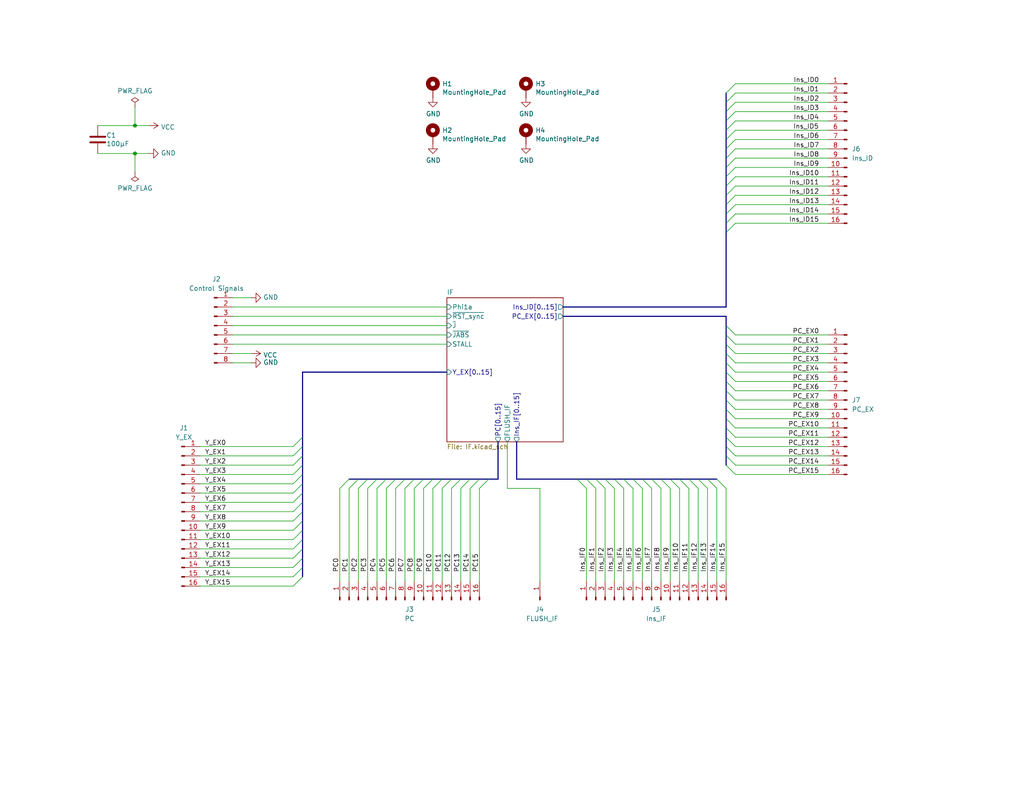
<source format=kicad_sch>
(kicad_sch (version 20250114) (generator "eeschema") (generator_version "9.0")
  (paper "USLetter")
  (title_block (title "Turtle16: Program Counter and Instruction Fetch") (date "2022-04-14") (rev "A") (comment 4 "The program counter and the instruction fetch unit."))
  (lib_symbols
    (symbol "Connector:Conn_01x01_Male" (pin_names (offset 1.016) (hide yes))
      (property "Reference" "J" (at 0 2.54 0))
      (property "Value" "Conn_01x01_Male" (at 0 -2.54 0))
      (symbol "Conn_01x01_Male_1_1"
        (rectangle (start 0.8636 0.127) (end 0 -0.127) (stroke (width 0.1524)) (fill (type outline)))
        (polyline (pts (xy 1.27 0) (xy 0.8636 0)) (stroke (width 0.1524)))
        (pin passive line (at 5.08 0 180) (length 3.81) (name "Pin_1") (number "1"))
      )
    )
    (symbol "Connector:Conn_01x08_Male" (pin_names (offset 1.016) (hide yes))
      (property "Reference" "J" (at 0 10.16 0))
      (property "Value" "Conn_01x08_Male" (at 0 -12.7 0))
      (symbol "Conn_01x08_Male_1_1"
        (rectangle (start 0.8636 7.747) (end 0 7.493) (stroke (width 0.1524)) (fill (type outline)))
        (rectangle (start 0.8636 5.207) (end 0 4.953) (stroke (width 0.1524)) (fill (type outline)))
        (rectangle (start 0.8636 2.667) (end 0 2.413) (stroke (width 0.1524)) (fill (type outline)))
        (rectangle (start 0.8636 0.127) (end 0 -0.127) (stroke (width 0.1524)) (fill (type outline)))
        (rectangle (start 0.8636 -2.413) (end 0 -2.667) (stroke (width 0.1524)) (fill (type outline)))
        (rectangle (start 0.8636 -4.953) (end 0 -5.207) (stroke (width 0.1524)) (fill (type outline)))
        (rectangle (start 0.8636 -7.493) (end 0 -7.747) (stroke (width 0.1524)) (fill (type outline)))
        (rectangle (start 0.8636 -10.033) (end 0 -10.287) (stroke (width 0.1524)) (fill (type outline)))
        (polyline (pts (xy 1.27 7.62) (xy 0.8636 7.62)) (stroke (width 0.1524)))
        (polyline (pts (xy 1.27 5.08) (xy 0.8636 5.08)) (stroke (width 0.1524)))
        (polyline (pts (xy 1.27 2.54) (xy 0.8636 2.54)) (stroke (width 0.1524)))
        (polyline (pts (xy 1.27 0) (xy 0.8636 0)) (stroke (width 0.1524)))
        (polyline (pts (xy 1.27 -2.54) (xy 0.8636 -2.54)) (stroke (width 0.1524)))
        (polyline (pts (xy 1.27 -5.08) (xy 0.8636 -5.08)) (stroke (width 0.1524)))
        (polyline (pts (xy 1.27 -7.62) (xy 0.8636 -7.62)) (stroke (width 0.1524)))
        (polyline (pts (xy 1.27 -10.16) (xy 0.8636 -10.16)) (stroke (width 0.1524)))
        (pin passive line (at 5.08 7.62 180) (length 3.81) (name "Pin_1") (number "1"))
        (pin passive line (at 5.08 5.08 180) (length 3.81) (name "Pin_2") (number "2"))
        (pin passive line (at 5.08 2.54 180) (length 3.81) (name "Pin_3") (number "3"))
        (pin passive line (at 5.08 0 180) (length 3.81) (name "Pin_4") (number "4"))
        (pin passive line (at 5.08 -2.54 180) (length 3.81) (name "Pin_5") (number "5"))
        (pin passive line (at 5.08 -5.08 180) (length 3.81) (name "Pin_6") (number "6"))
        (pin passive line (at 5.08 -7.62 180) (length 3.81) (name "Pin_7") (number "7"))
        (pin passive line (at 5.08 -10.16 180) (length 3.81) (name "Pin_8") (number "8"))
      )
    )
    (symbol "Connector:Conn_01x16_Male" (pin_names (offset 1.016) (hide yes))
      (property "Reference" "J" (at 0 20.32 0))
      (property "Value" "Conn_01x16_Male" (at 0 -22.86 0))
      (symbol "Conn_01x16_Male_1_1"
        (rectangle (start 0.8636 17.907) (end 0 17.653) (stroke (width 0.1524)) (fill (type outline)))
        (rectangle (start 0.8636 15.367) (end 0 15.113) (stroke (width 0.1524)) (fill (type outline)))
        (rectangle (start 0.8636 12.827) (end 0 12.573) (stroke (width 0.1524)) (fill (type outline)))
        (rectangle (start 0.8636 10.287) (end 0 10.033) (stroke (width 0.1524)) (fill (type outline)))
        (rectangle (start 0.8636 7.747) (end 0 7.493) (stroke (width 0.1524)) (fill (type outline)))
        (rectangle (start 0.8636 5.207) (end 0 4.953) (stroke (width 0.1524)) (fill (type outline)))
        (rectangle (start 0.8636 2.667) (end 0 2.413) (stroke (width 0.1524)) (fill (type outline)))
        (rectangle (start 0.8636 0.127) (end 0 -0.127) (stroke (width 0.1524)) (fill (type outline)))
        (rectangle (start 0.8636 -2.413) (end 0 -2.667) (stroke (width 0.1524)) (fill (type outline)))
        (rectangle (start 0.8636 -4.953) (end 0 -5.207) (stroke (width 0.1524)) (fill (type outline)))
        (rectangle (start 0.8636 -7.493) (end 0 -7.747) (stroke (width 0.1524)) (fill (type outline)))
        (rectangle (start 0.8636 -10.033) (end 0 -10.287) (stroke (width 0.1524)) (fill (type outline)))
        (rectangle (start 0.8636 -12.573) (end 0 -12.827) (stroke (width 0.1524)) (fill (type outline)))
        (rectangle (start 0.8636 -15.113) (end 0 -15.367) (stroke (width 0.1524)) (fill (type outline)))
        (rectangle (start 0.8636 -17.653) (end 0 -17.907) (stroke (width 0.1524)) (fill (type outline)))
        (rectangle (start 0.8636 -20.193) (end 0 -20.447) (stroke (width 0.1524)) (fill (type outline)))
        (polyline (pts (xy 1.27 17.78) (xy 0.8636 17.78)) (stroke (width 0.1524)))
        (polyline (pts (xy 1.27 15.24) (xy 0.8636 15.24)) (stroke (width 0.1524)))
        (polyline (pts (xy 1.27 12.7) (xy 0.8636 12.7)) (stroke (width 0.1524)))
        (polyline (pts (xy 1.27 10.16) (xy 0.8636 10.16)) (stroke (width 0.1524)))
        (polyline (pts (xy 1.27 7.62) (xy 0.8636 7.62)) (stroke (width 0.1524)))
        (polyline (pts (xy 1.27 5.08) (xy 0.8636 5.08)) (stroke (width 0.1524)))
        (polyline (pts (xy 1.27 2.54) (xy 0.8636 2.54)) (stroke (width 0.1524)))
        (polyline (pts (xy 1.27 0) (xy 0.8636 0)) (stroke (width 0.1524)))
        (polyline (pts (xy 1.27 -2.54) (xy 0.8636 -2.54)) (stroke (width 0.1524)))
        (polyline (pts (xy 1.27 -5.08) (xy 0.8636 -5.08)) (stroke (width 0.1524)))
        (polyline (pts (xy 1.27 -7.62) (xy 0.8636 -7.62)) (stroke (width 0.1524)))
        (polyline (pts (xy 1.27 -10.16) (xy 0.8636 -10.16)) (stroke (width 0.1524)))
        (polyline (pts (xy 1.27 -12.7) (xy 0.8636 -12.7)) (stroke (width 0.1524)))
        (polyline (pts (xy 1.27 -15.24) (xy 0.8636 -15.24)) (stroke (width 0.1524)))
        (polyline (pts (xy 1.27 -17.78) (xy 0.8636 -17.78)) (stroke (width 0.1524)))
        (polyline (pts (xy 1.27 -20.32) (xy 0.8636 -20.32)) (stroke (width 0.1524)))
        (pin passive line (at 5.08 17.78 180) (length 3.81) (name "Pin_1") (number "1"))
        (pin passive line (at 5.08 15.24 180) (length 3.81) (name "Pin_2") (number "2"))
        (pin passive line (at 5.08 12.7 180) (length 3.81) (name "Pin_3") (number "3"))
        (pin passive line (at 5.08 10.16 180) (length 3.81) (name "Pin_4") (number "4"))
        (pin passive line (at 5.08 7.62 180) (length 3.81) (name "Pin_5") (number "5"))
        (pin passive line (at 5.08 5.08 180) (length 3.81) (name "Pin_6") (number "6"))
        (pin passive line (at 5.08 2.54 180) (length 3.81) (name "Pin_7") (number "7"))
        (pin passive line (at 5.08 0 180) (length 3.81) (name "Pin_8") (number "8"))
        (pin passive line (at 5.08 -2.54 180) (length 3.81) (name "Pin_9") (number "9"))
        (pin passive line (at 5.08 -5.08 180) (length 3.81) (name "Pin_10") (number "10"))
        (pin passive line (at 5.08 -7.62 180) (length 3.81) (name "Pin_11") (number "11"))
        (pin passive line (at 5.08 -10.16 180) (length 3.81) (name "Pin_12") (number "12"))
        (pin passive line (at 5.08 -12.7 180) (length 3.81) (name "Pin_13") (number "13"))
        (pin passive line (at 5.08 -15.24 180) (length 3.81) (name "Pin_14") (number "14"))
        (pin passive line (at 5.08 -17.78 180) (length 3.81) (name "Pin_15") (number "15"))
        (pin passive line (at 5.08 -20.32 180) (length 3.81) (name "Pin_16") (number "16"))
      )
    )
    (symbol "Device:C" (pin_numbers (hide yes)) (pin_names (offset 0.254))
      (property "Reference" "C" (at 0.635 2.54 0))
      (property "Value" "C" (at 0.635 -2.54 0))
      (symbol "C_0_1"
        (polyline (pts (xy -2.032 0.762) (xy 2.032 0.762)) (stroke (width 0.508)))
        (polyline (pts (xy -2.032 -0.762) (xy 2.032 -0.762)) (stroke (width 0.508)))
      )
      (symbol "C_1_1"
        (pin passive line (at 0 3.81 270) (length 2.794) (name "~") (number "1"))
        (pin passive line (at 0 -3.81 90) (length 2.794) (name "~") (number "2"))
      )
    )
    (symbol "Mechanical:MountingHole_Pad" (pin_numbers (hide yes)) (pin_names (offset 1.016) (hide yes))
      (property "Reference" "H" (at 0 6.35 0))
      (property "Value" "MountingHole_Pad" (at 0 4.445 0))
      (symbol "MountingHole_Pad_0_1"
        (circle (center 0 1.27) (radius 1.27) (stroke (width 1.27)))
      )
      (symbol "MountingHole_Pad_1_1"
        (pin input line (at 0 -2.54 90) (length 2.54) (name "1") (number "1"))
      )
    )
    (symbol "power:GND" (power) (pin_names (offset 0))
      (property "Value" "GND" (at 0 -3.81 0))
      (symbol "GND_0_1"
        (polyline (pts (xy 0 0) (xy 0 -1.27) (xy 1.27 -1.27) (xy 0 -2.54) (xy -1.27 -1.27) (xy 0 -1.27)))
      )
      (symbol "GND_1_1"
        (pin power_in line (at 0 0 270) (length 0) (hide yes) (name "GND") (number "1"))
      )
    )
    (symbol "power:PWR_FLAG" (power) (pin_numbers (hide yes)) (pin_names (offset 0) (hide yes))
      (property "Value" "PWR_FLAG" (at 0 3.81 0))
      (symbol "PWR_FLAG_0_0"
        (pin power_out line (at 0 0 90) (length 0) (name "pwr") (number "1"))
      )
      (symbol "PWR_FLAG_0_1"
        (polyline (pts (xy 0 0) (xy 0 1.27) (xy -1.016 1.905) (xy 0 2.54) (xy 1.016 1.905) (xy 0 1.27)))
      )
    )
    (symbol "power:VCC" (power) (pin_names (offset 0))
      (property "Value" "VCC" (at 0 3.81 0))
      (symbol "VCC_0_1"
        (polyline (pts (xy -0.762 1.27) (xy 0 2.54)))
        (polyline (pts (xy 0 2.54) (xy 0.762 1.27)))
        (polyline (pts (xy 0 0) (xy 0 2.54)))
      )
      (symbol "VCC_1_1"
        (pin power_in line (at 0 0 90) (length 0) (hide yes) (name "VCC") (number "1"))
      )
    )
  )
  (junction (at 36.83 41.91))
  (junction (at 36.83 34.29))
  (bus_entry (at 193.04 130.81) (size 2.54 2.54))
  (bus_entry (at 198.12 55.88) (size 2.54 -2.54))
  (bus_entry (at 182.88 130.81) (size 2.54 2.54))
  (bus_entry (at 97.79 130.81) (size -2.54 2.54))
  (bus_entry (at 198.12 104.14) (size 2.54 2.54))
  (bus_entry (at 198.12 50.8) (size 2.54 -2.54))
  (bus_entry (at 195.58 130.81) (size 2.54 2.54))
  (bus_entry (at 198.12 124.46) (size 2.54 2.54))
  (bus_entry (at 198.12 88.9) (size 2.54 2.54))
  (bus_entry (at 100.33 130.81) (size -2.54 2.54))
  (bus_entry (at 128.27 130.81) (size -2.54 2.54))
  (bus_entry (at 198.12 93.98) (size 2.54 2.54))
  (bus_entry (at 198.12 111.76) (size 2.54 2.54))
  (bus_entry (at 167.64 130.81) (size 2.54 2.54))
  (bus_entry (at 130.81 130.81) (size -2.54 2.54))
  (bus_entry (at 80.01 144.78) (size 2.54 -2.54))
  (bus_entry (at 80.01 142.24) (size 2.54 -2.54))
  (bus_entry (at 80.01 134.62) (size 2.54 -2.54))
  (bus_entry (at 80.01 129.54) (size 2.54 -2.54))
  (bus_entry (at 80.01 124.46) (size 2.54 -2.54))
  (bus_entry (at 80.01 127) (size 2.54 -2.54))
  (bus_entry (at 80.01 132.08) (size 2.54 -2.54))
  (bus_entry (at 80.01 139.7) (size 2.54 -2.54))
  (bus_entry (at 80.01 137.16) (size 2.54 -2.54))
  (bus_entry (at 80.01 121.92) (size 2.54 -2.54))
  (bus_entry (at 80.01 149.86) (size 2.54 -2.54))
  (bus_entry (at 80.01 147.32) (size 2.54 -2.54))
  (bus_entry (at 198.12 91.44) (size 2.54 2.54))
  (bus_entry (at 107.95 130.81) (size -2.54 2.54))
  (bus_entry (at 198.12 48.26) (size 2.54 -2.54))
  (bus_entry (at 113.03 130.81) (size -2.54 2.54))
  (bus_entry (at 198.12 96.52) (size 2.54 2.54))
  (bus_entry (at 198.12 101.6) (size 2.54 2.54))
  (bus_entry (at 123.19 130.81) (size -2.54 2.54))
  (bus_entry (at 198.12 53.34) (size 2.54 -2.54))
  (bus_entry (at 198.12 58.42) (size 2.54 -2.54))
  (bus_entry (at 198.12 127) (size 2.54 2.54))
  (bus_entry (at 172.72 130.81) (size 2.54 2.54))
  (bus_entry (at 115.57 130.81) (size -2.54 2.54))
  (bus_entry (at 118.11 130.81) (size -2.54 2.54))
  (bus_entry (at 198.12 99.06) (size 2.54 2.54))
  (bus_entry (at 162.56 130.81) (size 2.54 2.54))
  (bus_entry (at 125.73 130.81) (size -2.54 2.54))
  (bus_entry (at 198.12 40.64) (size 2.54 -2.54))
  (bus_entry (at 157.48 130.81) (size 2.54 2.54))
  (bus_entry (at 180.34 130.81) (size 2.54 2.54))
  (bus_entry (at 198.12 63.5) (size 2.54 -2.54))
  (bus_entry (at 187.96 130.81) (size 2.54 2.54))
  (bus_entry (at 198.12 114.3) (size 2.54 2.54))
  (bus_entry (at 175.26 130.81) (size 2.54 2.54))
  (bus_entry (at 198.12 38.1) (size 2.54 -2.54))
  (bus_entry (at 190.5 130.81) (size 2.54 2.54))
  (bus_entry (at 198.12 106.68) (size 2.54 2.54))
  (bus_entry (at 198.12 119.38) (size 2.54 2.54))
  (bus_entry (at 160.02 130.81) (size 2.54 2.54))
  (bus_entry (at 185.42 130.81) (size 2.54 2.54))
  (bus_entry (at 102.87 130.81) (size -2.54 2.54))
  (bus_entry (at 177.8 130.81) (size 2.54 2.54))
  (bus_entry (at 110.49 130.81) (size -2.54 2.54))
  (bus_entry (at 198.12 35.56) (size 2.54 -2.54))
  (bus_entry (at 80.01 160.02) (size 2.54 -2.54))
  (bus_entry (at 80.01 154.94) (size 2.54 -2.54))
  (bus_entry (at 80.01 157.48) (size 2.54 -2.54))
  (bus_entry (at 80.01 152.4) (size 2.54 -2.54))
  (bus_entry (at 120.65 130.81) (size -2.54 2.54))
  (bus_entry (at 198.12 30.48) (size 2.54 -2.54))
  (bus_entry (at 198.12 121.92) (size 2.54 2.54))
  (bus_entry (at 198.12 45.72) (size 2.54 -2.54))
  (bus_entry (at 133.35 130.81) (size -2.54 2.54))
  (bus_entry (at 198.12 60.96) (size 2.54 -2.54))
  (bus_entry (at 198.12 25.4) (size 2.54 -2.54))
  (bus_entry (at 198.12 33.02) (size 2.54 -2.54))
  (bus_entry (at 198.12 116.84) (size 2.54 2.54))
  (bus_entry (at 198.12 43.18) (size 2.54 -2.54))
  (bus_entry (at 198.12 109.22) (size 2.54 2.54))
  (bus_entry (at 95.25 130.81) (size -2.54 2.54))
  (bus_entry (at 198.12 27.94) (size 2.54 -2.54))
  (bus_entry (at 170.18 130.81) (size 2.54 2.54))
  (bus_entry (at 165.1 130.81) (size 2.54 2.54))
  (bus_entry (at 105.41 130.81) (size -2.54 2.54))
  (wire (pts (xy 63.5 81.28) (xy 68.58 81.28)))
  (bus (pts (xy 198.12 60.96) (xy 198.12 63.5)))
  (bus (pts (xy 82.55 142.24) (xy 82.55 144.78)))
  (bus (pts (xy 198.12 104.14) (xy 198.12 106.68)))
  (wire (pts (xy 54.61 137.16) (xy 80.01 137.16)))
  (bus (pts (xy 198.12 101.6) (xy 198.12 104.14)))
  (wire (pts (xy 200.66 27.94) (xy 226.06 27.94)))
  (bus (pts (xy 198.12 53.34) (xy 198.12 55.88)))
  (bus (pts (xy 162.56 130.81) (xy 165.1 130.81)))
  (wire (pts (xy 200.66 93.98) (xy 226.06 93.98)))
  (wire (pts (xy 63.5 83.82) (xy 121.92 83.82)))
  (bus (pts (xy 198.12 124.46) (xy 198.12 127)))
  (wire (pts (xy 26.67 41.91) (xy 36.83 41.91)))
  (bus (pts (xy 82.55 147.32) (xy 82.55 149.86)))
  (bus (pts (xy 82.55 149.86) (xy 82.55 152.4)))
  (bus (pts (xy 198.12 30.48) (xy 198.12 33.02)))
  (wire (pts (xy 175.26 158.75) (xy 175.26 133.35)))
  (wire (pts (xy 187.96 158.75) (xy 187.96 133.35)))
  (bus (pts (xy 113.03 130.81) (xy 115.57 130.81)))
  (bus (pts (xy 121.92 101.6) (xy 82.55 101.6)))
  (wire (pts (xy 200.66 45.72) (xy 226.06 45.72)))
  (wire (pts (xy 100.33 158.75) (xy 100.33 133.35)))
  (wire (pts (xy 54.61 139.7) (xy 80.01 139.7)))
  (wire (pts (xy 162.56 158.75) (xy 162.56 133.35)))
  (bus (pts (xy 130.81 130.81) (xy 133.35 130.81)))
  (wire (pts (xy 63.5 93.98) (xy 121.92 93.98)))
  (wire (pts (xy 54.61 160.02) (xy 80.01 160.02)))
  (wire (pts (xy 200.66 33.02) (xy 226.06 33.02)))
  (wire (pts (xy 102.87 158.75) (xy 102.87 133.35)))
  (wire (pts (xy 200.66 129.54) (xy 226.06 129.54)))
  (bus (pts (xy 82.55 121.92) (xy 82.55 124.46)))
  (wire (pts (xy 63.5 91.44) (xy 121.92 91.44)))
  (bus (pts (xy 198.12 96.52) (xy 198.12 99.06)))
  (wire (pts (xy 63.5 96.52) (xy 68.58 96.52)))
  (bus (pts (xy 198.12 121.92) (xy 198.12 124.46)))
  (wire (pts (xy 200.66 106.68) (xy 226.06 106.68)))
  (wire (pts (xy 198.12 158.75) (xy 198.12 133.35)))
  (bus (pts (xy 198.12 106.68) (xy 198.12 109.22)))
  (bus (pts (xy 198.12 55.88) (xy 198.12 58.42)))
  (wire (pts (xy 54.61 142.24) (xy 80.01 142.24)))
  (bus (pts (xy 182.88 130.81) (xy 185.42 130.81)))
  (wire (pts (xy 195.58 158.75) (xy 195.58 133.35)))
  (wire (pts (xy 190.5 158.75) (xy 190.5 133.35)))
  (bus (pts (xy 153.67 83.82) (xy 198.12 83.82)))
  (wire (pts (xy 200.66 109.22) (xy 226.06 109.22)))
  (wire (pts (xy 105.41 158.75) (xy 105.41 133.35)))
  (wire (pts (xy 193.04 158.75) (xy 193.04 133.35)))
  (bus (pts (xy 82.55 139.7) (xy 82.55 142.24)))
  (bus (pts (xy 102.87 130.81) (xy 105.41 130.81)))
  (bus (pts (xy 120.65 130.81) (xy 123.19 130.81)))
  (wire (pts (xy 200.66 91.44) (xy 226.06 91.44)))
  (wire (pts (xy 40.64 34.29) (xy 36.83 34.29)))
  (wire (pts (xy 177.8 158.75) (xy 177.8 133.35)))
  (bus (pts (xy 82.55 129.54) (xy 82.55 132.08)))
  (wire (pts (xy 200.66 25.4) (xy 226.06 25.4)))
  (wire (pts (xy 54.61 127) (xy 80.01 127)))
  (wire (pts (xy 172.72 158.75) (xy 172.72 133.35)))
  (wire (pts (xy 200.66 22.86) (xy 226.06 22.86)))
  (bus (pts (xy 198.12 88.9) (xy 198.12 91.44)))
  (bus (pts (xy 190.5 130.81) (xy 193.04 130.81)))
  (wire (pts (xy 123.19 158.75) (xy 123.19 133.35)))
  (bus (pts (xy 82.55 152.4) (xy 82.55 154.94)))
  (bus (pts (xy 198.12 38.1) (xy 198.12 40.64)))
  (bus (pts (xy 198.12 119.38) (xy 198.12 121.92)))
  (wire (pts (xy 113.03 158.75) (xy 113.03 133.35)))
  (wire (pts (xy 54.61 147.32) (xy 80.01 147.32)))
  (wire (pts (xy 95.25 158.75) (xy 95.25 133.35)))
  (bus (pts (xy 198.12 33.02) (xy 198.12 35.56)))
  (bus (pts (xy 198.12 48.26) (xy 198.12 50.8)))
  (wire (pts (xy 115.57 158.75) (xy 115.57 133.35)))
  (wire (pts (xy 200.66 50.8) (xy 226.06 50.8)))
  (bus (pts (xy 180.34 130.81) (xy 182.88 130.81)))
  (wire (pts (xy 54.61 121.92) (xy 80.01 121.92)))
  (wire (pts (xy 200.66 48.26) (xy 226.06 48.26)))
  (wire (pts (xy 110.49 158.75) (xy 110.49 133.35)))
  (wire (pts (xy 97.79 158.75) (xy 97.79 133.35)))
  (wire (pts (xy 200.66 124.46) (xy 226.06 124.46)))
  (bus (pts (xy 198.12 91.44) (xy 198.12 93.98)))
  (bus (pts (xy 157.48 130.81) (xy 160.02 130.81)))
  (wire (pts (xy 200.66 99.06) (xy 226.06 99.06)))
  (bus (pts (xy 128.27 130.81) (xy 130.81 130.81)))
  (bus (pts (xy 198.12 35.56) (xy 198.12 38.1)))
  (bus (pts (xy 198.12 43.18) (xy 198.12 45.72)))
  (wire (pts (xy 147.32 133.35) (xy 147.32 158.75)))
  (wire (pts (xy 36.83 29.21) (xy 36.83 34.29)))
  (bus (pts (xy 82.55 127) (xy 82.55 129.54)))
  (wire (pts (xy 200.66 60.96) (xy 226.06 60.96)))
  (wire (pts (xy 63.5 86.36) (xy 121.92 86.36)))
  (wire (pts (xy 200.66 111.76) (xy 226.06 111.76)))
  (wire (pts (xy 138.43 120.65) (xy 138.43 133.35)))
  (bus (pts (xy 172.72 130.81) (xy 175.26 130.81)))
  (bus (pts (xy 107.95 130.81) (xy 110.49 130.81)))
  (bus (pts (xy 170.18 130.81) (xy 172.72 130.81)))
  (wire (pts (xy 138.43 133.35) (xy 147.32 133.35)))
  (bus (pts (xy 198.12 58.42) (xy 198.12 60.96)))
  (bus (pts (xy 82.55 144.78) (xy 82.55 147.32)))
  (wire (pts (xy 200.66 35.56) (xy 226.06 35.56)))
  (bus (pts (xy 82.55 134.62) (xy 82.55 137.16)))
  (bus (pts (xy 198.12 93.98) (xy 198.12 96.52)))
  (bus (pts (xy 198.12 27.94) (xy 198.12 30.48)))
  (bus (pts (xy 82.55 132.08) (xy 82.55 134.62)))
  (bus (pts (xy 198.12 116.84) (xy 198.12 119.38)))
  (wire (pts (xy 185.42 158.75) (xy 185.42 133.35)))
  (bus (pts (xy 97.79 130.81) (xy 100.33 130.81)))
  (bus (pts (xy 82.55 124.46) (xy 82.55 127)))
  (bus (pts (xy 165.1 130.81) (xy 167.64 130.81)))
  (wire (pts (xy 182.88 158.75) (xy 182.88 133.35)))
  (bus (pts (xy 125.73 130.81) (xy 128.27 130.81)))
  (bus (pts (xy 82.55 101.6) (xy 82.55 119.38)))
  (wire (pts (xy 120.65 158.75) (xy 120.65 133.35)))
  (bus (pts (xy 153.67 86.36) (xy 198.12 86.36)))
  (bus (pts (xy 185.42 130.81) (xy 187.96 130.81)))
  (wire (pts (xy 200.66 58.42) (xy 226.06 58.42)))
  (wire (pts (xy 36.83 46.99) (xy 36.83 41.91)))
  (wire (pts (xy 118.11 158.75) (xy 118.11 133.35)))
  (bus (pts (xy 187.96 130.81) (xy 190.5 130.81)))
  (wire (pts (xy 200.66 30.48) (xy 226.06 30.48)))
  (wire (pts (xy 165.1 158.75) (xy 165.1 133.35)))
  (wire (pts (xy 54.61 154.94) (xy 80.01 154.94)))
  (bus (pts (xy 115.57 130.81) (xy 118.11 130.81)))
  (bus (pts (xy 82.55 137.16) (xy 82.55 139.7)))
  (wire (pts (xy 130.81 158.75) (xy 130.81 133.35)))
  (bus (pts (xy 100.33 130.81) (xy 102.87 130.81)))
  (wire (pts (xy 63.5 88.9) (xy 121.92 88.9)))
  (wire (pts (xy 200.66 38.1) (xy 226.06 38.1)))
  (bus (pts (xy 118.11 130.81) (xy 120.65 130.81)))
  (wire (pts (xy 200.66 43.18) (xy 226.06 43.18)))
  (wire (pts (xy 63.5 99.06) (xy 68.58 99.06)))
  (wire (pts (xy 200.66 116.84) (xy 226.06 116.84)))
  (bus (pts (xy 160.02 130.81) (xy 162.56 130.81)))
  (wire (pts (xy 200.66 121.92) (xy 226.06 121.92)))
  (bus (pts (xy 82.55 119.38) (xy 82.55 121.92)))
  (bus (pts (xy 198.12 40.64) (xy 198.12 43.18)))
  (wire (pts (xy 92.71 158.75) (xy 92.71 133.35)))
  (wire (pts (xy 54.61 144.78) (xy 80.01 144.78)))
  (wire (pts (xy 200.66 104.14) (xy 226.06 104.14)))
  (bus (pts (xy 198.12 25.4) (xy 198.12 27.94)))
  (bus (pts (xy 198.12 99.06) (xy 198.12 101.6)))
  (bus (pts (xy 193.04 130.81) (xy 195.58 130.81)))
  (bus (pts (xy 135.89 120.65) (xy 135.89 130.81)))
  (bus (pts (xy 198.12 45.72) (xy 198.12 48.26)))
  (wire (pts (xy 54.61 129.54) (xy 80.01 129.54)))
  (bus (pts (xy 167.64 130.81) (xy 170.18 130.81)))
  (wire (pts (xy 54.61 149.86) (xy 80.01 149.86)))
  (bus (pts (xy 198.12 109.22) (xy 198.12 111.76)))
  (bus (pts (xy 198.12 50.8) (xy 198.12 53.34)))
  (wire (pts (xy 170.18 158.75) (xy 170.18 133.35)))
  (wire (pts (xy 54.61 132.08) (xy 80.01 132.08)))
  (wire (pts (xy 167.64 158.75) (xy 167.64 133.35)))
  (wire (pts (xy 200.66 55.88) (xy 226.06 55.88)))
  (bus (pts (xy 175.26 130.81) (xy 177.8 130.81)))
  (wire (pts (xy 54.61 124.46) (xy 80.01 124.46)))
  (wire (pts (xy 36.83 41.91) (xy 40.64 41.91)))
  (bus (pts (xy 133.35 130.81) (xy 135.89 130.81)))
  (wire (pts (xy 200.66 96.52) (xy 226.06 96.52)))
  (wire (pts (xy 200.66 101.6) (xy 226.06 101.6)))
  (bus (pts (xy 140.97 120.65) (xy 140.97 130.81)))
  (bus (pts (xy 198.12 111.76) (xy 198.12 114.3)))
  (wire (pts (xy 26.67 34.29) (xy 36.83 34.29)))
  (bus (pts (xy 140.97 130.81) (xy 157.48 130.81)))
  (wire (pts (xy 200.66 40.64) (xy 226.06 40.64)))
  (wire (pts (xy 125.73 158.75) (xy 125.73 133.35)))
  (wire (pts (xy 54.61 134.62) (xy 80.01 134.62)))
  (bus (pts (xy 123.19 130.81) (xy 125.73 130.81)))
  (wire (pts (xy 54.61 152.4) (xy 80.01 152.4)))
  (bus (pts (xy 198.12 63.5) (xy 198.12 83.82)))
  (wire (pts (xy 200.66 127) (xy 226.06 127)))
  (bus (pts (xy 105.41 130.81) (xy 107.95 130.81)))
  (bus (pts (xy 177.8 130.81) (xy 180.34 130.81)))
  (wire (pts (xy 160.02 158.75) (xy 160.02 133.35)))
  (wire (pts (xy 200.66 114.3) (xy 226.06 114.3)))
  (wire (pts (xy 54.61 157.48) (xy 80.01 157.48)))
  (bus (pts (xy 95.25 130.81) (xy 97.79 130.81)))
  (bus (pts (xy 110.49 130.81) (xy 113.03 130.81)))
  (wire (pts (xy 128.27 158.75) (xy 128.27 133.35)))
  (wire (pts (xy 200.66 119.38) (xy 226.06 119.38)))
  (bus (pts (xy 82.55 154.94) (xy 82.55 157.48)))
  (bus (pts (xy 198.12 86.36) (xy 198.12 88.9)))
  (wire (pts (xy 107.95 158.75) (xy 107.95 133.35)))
  (bus (pts (xy 198.12 114.3) (xy 198.12 116.84)))
  (wire (pts (xy 180.34 158.75) (xy 180.34 133.35)))
  (wire (pts (xy 200.66 53.34) (xy 226.06 53.34)))
  (label "PC_EX7" (at 223.52 109.22 180))
  (label "PC_EX11" (at 223.52 119.38 180))
  (label "PC_EX8" (at 223.52 111.76 180))
  (label "PC15" (at 130.81 156.21 90))
  (label "PC10" (at 118.11 156.21 90))
  (label "Ins_ID3" (at 223.52 30.48 180))
  (label "Y_EX10" (at 55.88 147.32 0))
  (label "Ins_ID10" (at 223.52 48.26 180))
  (label "PC9" (at 115.57 156.21 90))
  (label "Ins_IF12" (at 190.5 156.21 90))
  (label "PC_EX10" (at 223.52 116.84 180))
  (label "PC_EX12" (at 223.52 121.92 180))
  (label "Y_EX3" (at 55.88 129.54 0))
  (label "PC_EX0" (at 223.52 91.44 180))
  (label "PC_EX5" (at 223.52 104.14 180))
  (label "Ins_ID4" (at 223.52 33.02 180))
  (label "PC6" (at 107.95 156.21 90))
  (label "Y_EX14" (at 55.88 157.48 0))
  (label "PC_EX13" (at 223.52 124.46 180))
  (label "Ins_IF2" (at 165.1 156.21 90))
  (label "PC5" (at 105.41 156.21 90))
  (label "PC14" (at 128.27 156.21 90))
  (label "Ins_IF11" (at 187.96 156.21 90))
  (label "PC_EX14" (at 223.52 127 180))
  (label "PC4" (at 102.87 156.21 90))
  (label "Ins_ID0" (at 223.52 22.86 180))
  (label "PC7" (at 110.49 156.21 90))
  (label "PC3" (at 100.33 156.21 90))
  (label "PC_EX3" (at 223.52 99.06 180))
  (label "Ins_IF9" (at 182.88 156.21 90))
  (label "PC_EX1" (at 223.52 93.98 180))
  (label "Ins_IF4" (at 170.18 156.21 90))
  (label "Y_EX15" (at 55.88 160.02 0))
  (label "Ins_IF3" (at 167.64 156.21 90))
  (label "PC_EX6" (at 223.52 106.68 180))
  (label "Y_EX2" (at 55.88 127 0))
  (label "Ins_ID15" (at 223.52 60.96 180))
  (label "Ins_ID1" (at 223.52 25.4 180))
  (label "Y_EX5" (at 55.88 134.62 0))
  (label "Ins_IF7" (at 177.8 156.21 90))
  (label "Ins_IF5" (at 172.72 156.21 90))
  (label "Y_EX4" (at 55.88 132.08 0))
  (label "PC_EX9" (at 223.52 114.3 180))
  (label "PC_EX15" (at 223.52 129.54 180))
  (label "Ins_ID7" (at 223.52 40.64 180))
  (label "Ins_IF0" (at 160.02 156.21 90))
  (label "PC_EX2" (at 223.52 96.52 180))
  (label "PC_EX4" (at 223.52 101.6 180))
  (label "Ins_ID11" (at 223.52 50.8 180))
  (label "Y_EX9" (at 55.88 144.78 0))
  (label "Ins_ID5" (at 223.4436 35.56 180))
  (label "Ins_ID9" (at 223.52 45.72 180))
  (label "PC12" (at 123.19 156.21 90))
  (label "Ins_ID2" (at 223.52 27.94 180))
  (label "Y_EX12" (at 55.88 152.4 0))
  (label "Y_EX11" (at 55.88 149.86 0))
  (label "Y_EX6" (at 55.88 137.16 0))
  (label "Ins_ID6" (at 223.52 38.1 180))
  (label "PC8" (at 113.03 156.21 90))
  (label "Ins_ID12" (at 223.52 53.34 180))
  (label "Ins_ID14" (at 223.52 58.42 180))
  (label "Y_EX0" (at 55.88 121.92 0))
  (label "PC0" (at 92.71 156.21 90))
  (label "Ins_ID8" (at 223.52 43.18 180))
  (label "Y_EX8" (at 55.88 142.24 0))
  (label "PC13" (at 125.73 156.21 90))
  (label "Ins_IF8" (at 180.34 156.21 90))
  (label "Ins_IF1" (at 162.56 156.21 90))
  (label "Ins_IF15" (at 198.12 156.21 90))
  (label "Ins_IF10" (at 185.42 156.21 90))
  (label "Ins_IF13" (at 193.04 156.21 90))
  (label "PC2" (at 97.79 156.21 90))
  (label "Y_EX7" (at 55.88 139.7 0))
  (label "Y_EX13" (at 55.88 154.94 0))
  (label "Ins_IF14" (at 195.58 156.21 90))
  (label "Ins_IF6" (at 175.26 156.21 90))
  (label "Ins_ID13" (at 223.52 55.88 180))
  (label "Y_EX1" (at 55.88 124.46 0))
  (label "PC1" (at 95.25 156.21 90))
  (label "PC11" (at 120.65 156.21 90))
  (symbol (lib_id "Mechanical:MountingHole_Pad") (at 118.11 24.13 0) (unit 1)
    (property "Reference" "H1" (at 120.65 22.8854 0) (effects (justify left)))
    (property "Value" "MountingHole_Pad" (at 120.65 25.1968 0) (effects (justify left)))
    (property "Footprint" "MountingHole:MountingHole_3.2mm_M3_Pad" (effects (hide yes)))
  )
  (symbol (lib_id "Mechanical:MountingHole_Pad") (at 143.51 24.13 0) (unit 1)
    (property "Reference" "H3" (at 146.05 22.8854 0) (effects (justify left)))
    (property "Value" "MountingHole_Pad" (at 146.05 25.1968 0) (effects (justify left)))
    (property "Footprint" "MountingHole:MountingHole_3.2mm_M3_Pad" (effects (hide yes)))
  )
  (symbol (lib_id "power:GND") (at 118.11 26.67 0) (unit 1)
    (property "Reference" "#PWR05" (effects (hide yes)))
    (property "Value" "GND" (at 118.237 31.0642 0))
  )
  (symbol (lib_id "power:GND") (at 143.51 26.67 0) (unit 1)
    (property "Reference" "#PWR07" (effects (hide yes)))
    (property "Value" "GND" (at 143.637 31.0642 0))
  )
  (symbol (lib_id "Mechanical:MountingHole_Pad") (at 118.11 36.83 0) (unit 1)
    (property "Reference" "H2" (at 120.65 35.5854 0) (effects (justify left)))
    (property "Value" "MountingHole_Pad" (at 120.65 37.8968 0) (effects (justify left)))
    (property "Footprint" "MountingHole:MountingHole_3.2mm_M3_Pad" (effects (hide yes)))
  )
  (symbol (lib_id "Mechanical:MountingHole_Pad") (at 143.51 36.83 0) (unit 1)
    (property "Reference" "H4" (at 146.05 35.5854 0) (effects (justify left)))
    (property "Value" "MountingHole_Pad" (at 146.05 37.8968 0) (effects (justify left)))
    (property "Footprint" "MountingHole:MountingHole_3.2mm_M3_Pad" (effects (hide yes)))
  )
  (symbol (lib_id "power:GND") (at 118.11 39.37 0) (unit 1)
    (property "Reference" "#PWR06" (effects (hide yes)))
    (property "Value" "GND" (at 118.237 43.7642 0))
  )
  (symbol (lib_id "power:GND") (at 143.51 39.37 0) (unit 1)
    (property "Reference" "#PWR08" (effects (hide yes)))
    (property "Value" "GND" (at 143.637 43.7642 0))
  )
  (symbol (lib_id "power:VCC") (at 40.64 34.29 270) (unit 1)
    (property "Reference" "#PWR01" (effects (hide yes)))
    (property "Value" "VCC" (at 43.8912 34.7218 90) (effects (justify left)))
  )
  (symbol (lib_id "power:GND") (at 40.64 41.91 90) (unit 1)
    (property "Reference" "#PWR02" (effects (hide yes)))
    (property "Value" "GND" (at 43.8912 41.783 90) (effects (justify right)))
  )
  (symbol (lib_id "Device:C") (at 26.67 38.1 0) (unit 1)
    (property "Reference" "C1" (at 29.0068 36.9316 0) (effects (justify left)))
    (property "Value" "100µF" (at 29.0068 39.243 0) (effects (justify left)))
    (property "Footprint" "Capacitor_SMD:C_1206_3216Metric_Pad1.33x1.80mm_HandSolder" (effects (hide yes)))
    (property "Mouser" "https://www.mouser.com/ProductDetail/963-AMK316ABJ107ML-T" (effects (hide yes)))
  )
  (symbol (lib_id "power:PWR_FLAG") (at 36.83 46.99 180) (unit 1)
    (property "Reference" "#FLG02" (effects (hide yes)))
    (property "Value" "PWR_FLAG" (at 36.83 51.3842 0))
  )
  (symbol (lib_id "power:PWR_FLAG") (at 36.83 29.21 0) (unit 1)
    (property "Reference" "#FLG01" (effects (hide yes)))
    (property "Value" "PWR_FLAG" (at 36.83 24.8158 0))
  )
  (symbol (lib_id "Connector:Conn_01x16_Male") (at 231.14 109.22 0) (mirror y) (unit 1)
    (property "Reference" "J7" (at 232.41 109.2199 0) (effects (justify right)))
    (property "Value" "PC_EX" (at 232.41 111.7599 0) (effects (justify right)))
    (property "Footprint" "Connector_PinHeader_2.54mm:PinHeader_1x16_P2.54mm_Vertical" (effects (hide yes)))
  )
  (symbol (lib_id "Connector:Conn_01x16_Male") (at 49.53 139.7 0) (unit 1)
    (property "Reference" "J1" (at 50.165 116.84 0))
    (property "Value" "Y_EX" (at 50.165 119.38 0))
    (property "Footprint" "Connector_PinHeader_2.54mm:PinHeader_1x16_P2.54mm_Vertical" (effects (hide yes)))
  )
  (symbol (lib_id "Connector:Conn_01x16_Male") (at 231.14 40.64 0) (mirror y) (unit 1)
    (property "Reference" "J6" (at 232.41 40.6399 0) (effects (justify right)))
    (property "Value" "Ins_ID" (at 232.41 43.1799 0) (effects (justify right)))
    (property "Footprint" "Connector_PinHeader_2.54mm:PinHeader_1x16_P2.54mm_Vertical" (effects (hide yes)))
  )
  (symbol (lib_id "Connector:Conn_01x01_Male") (at 147.32 163.83 90) (unit 1)
    (property "Reference" "J4" (at 146.05 166.37 90) (effects (justify right)))
    (property "Value" "FLUSH_IF" (at 143.51 168.91 90) (effects (justify right)))
    (property "Footprint" "Connector_PinHeader_2.54mm:PinHeader_1x01_P2.54mm_Vertical" (effects (hide yes)))
  )
  (symbol (lib_id "power:GND") (at 68.58 81.28 90) (unit 1)
    (property "Reference" "#PWR0101" (effects (hide yes)))
    (property "Value" "GND" (at 71.8312 81.153 90) (effects (justify right)))
  )
  (symbol (lib_id "Connector:Conn_01x08_Male") (at 58.42 88.9 0) (unit 1)
    (property "Reference" "J2" (at 59.055 76.2 0))
    (property "Value" "Control Signals" (at 59.055 78.74 0))
    (property "Footprint" "Connector_PinHeader_2.54mm:PinHeader_1x08_P2.54mm_Vertical" (effects (hide yes)))
  )
  (symbol (lib_id "Connector:Conn_01x16_Male") (at 177.8 163.83 90) (unit 1)
    (property "Reference" "J5" (at 179.07 166.37 90))
    (property "Value" "Ins_IF" (at 179.07 168.91 90))
    (property "Footprint" "Connector_PinHeader_2.54mm:PinHeader_1x16_P2.54mm_Vertical" (effects (hide yes)))
  )
  (symbol (lib_id "power:VCC") (at 68.58 96.52 270) (unit 1)
    (property "Reference" "#PWR03" (effects (hide yes)))
    (property "Value" "VCC" (at 71.8312 96.9518 90) (effects (justify left)))
  )
  (symbol (lib_id "Connector:Conn_01x16_Male") (at 110.49 163.83 90) (unit 1)
    (property "Reference" "J3" (at 111.76 166.37 90))
    (property "Value" "PC" (at 111.76 168.91 90))
    (property "Footprint" "Connector_PinHeader_2.54mm:PinHeader_1x16_P2.54mm_Vertical" (effects (hide yes)))
  )
  (symbol (lib_id "power:GND") (at 68.58 99.06 90) (unit 1)
    (property "Reference" "#PWR04" (effects (hide yes)))
    (property "Value" "GND" (at 71.8312 98.933 90) (effects (justify right)))
  )
  (sheet (at 121.92 81.28) (size 31.75 39.37)
    (property "Sheetname" "IF" (at 121.92 80.5684 0) (effects (justify left bottom)))
    (property "Sheetfile" "IF.kicad_sch" (at 121.92 121.2346 0) (effects (justify left top)))
    (pin "Ins_ID[0..15]" output (at 153.67 83.82 0))
    (pin "PC_EX[0..15]" output (at 153.67 86.36 0))
    (pin "Y_EX[0..15]" input (at 121.92 101.6 180))
    (pin "~{J}" input (at 121.92 88.9 180))
    (pin "~{JABS}" input (at 121.92 91.44 180))
    (pin "STALL" input (at 121.92 93.98 180))
    (pin "~{RST_sync}" input (at 121.92 86.36 180))
    (pin "Phi1a" input (at 121.92 83.82 180))
    (pin "PC[0..15]" output (at 135.89 120.65 270))
    (pin "FLUSH_IF" output (at 138.43 120.65 270))
    (pin "Ins_IF[0..15]" output (at 140.97 120.65 270))
  )
)
</source>
